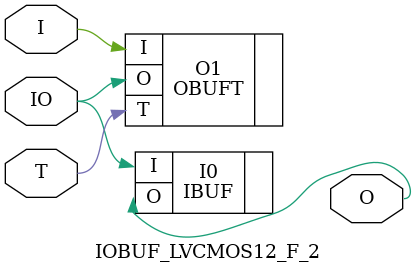
<source format=v>


`timescale  1 ps / 1 ps


module IOBUF_LVCMOS12_F_2 (O, IO, I, T);

    output O;

    inout  IO;

    input  I, T;

        OBUFT #(.IOSTANDARD("LVCMOS12"), .SLEW("FAST"), .DRIVE(2)) O1 (.O(IO), .I(I), .T(T)); 
	IBUF #(.IOSTANDARD("LVCMOS12"))  I0 (.O(O), .I(IO));
        

endmodule



</source>
